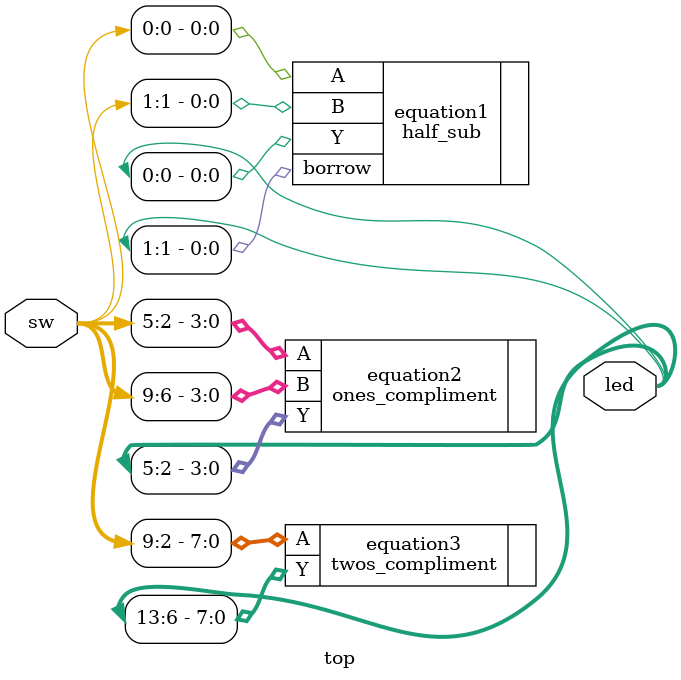
<source format=v>
module top(
    input [9:0]sw,
    output [13:0]led
);

half_sub equation1(
    .A(sw[0]),
    .B(sw[1]),
    .Y(led[0]),
    .borrow(led[1])
);

ones_compliment equation2(
    .A(sw[5:2]),
    .B(sw[9:6]),
    .Y(led[5:2])
);

twos_compliment equation3(
    .A(sw[9:2]),
    .Y(led[13:6])
);
    
endmodule
</source>
